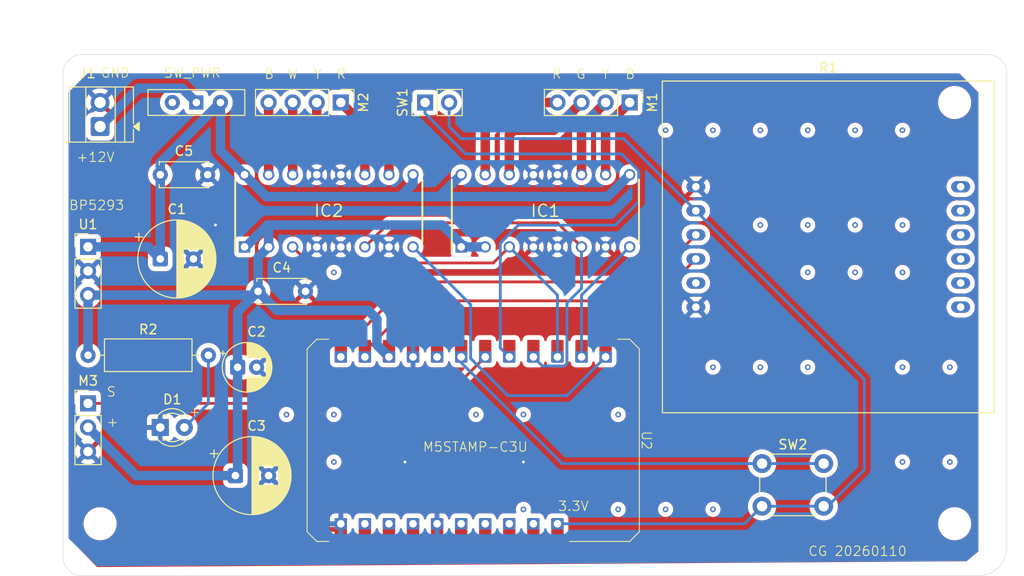
<source format=kicad_pcb>
(kicad_pcb (version 20241229) (generator "pcbnew") (generator_version "9.0")
  (layers (0 "F.Cu" signal) (2 "B.Cu" signal) (13 "F.Paste" user) (15 "B.Paste" user) (5 "F.SilkS" user "F.Silkscreen") (7 "B.SilkS" user "B.Silkscreen") (1 "F.Mask" user) (3 "B.Mask" user) (25 "Edge.Cuts" user))
  (net 0 "")
  (net 1 "+12V")
  (net 2 "GND")
  (net 3 "+5V")
  (net 4 "Net-(D1-A)")
  (net 5 "Net-(IC1-VS2_B)")
  (net 6 "Net-(IC1-IN_B)")
  (net 7 "Net-(IC1-IN_A)")
  (net 8 "Net-(IC2-VS2_B)")
  (net 9 "Net-(M3-PWM)")
  (net 10 "Net-(R1-X)")
  (net 12 "Net-(R1-Y)")
  (net 13 "Net-(R1-+V)")
  (net 14 "Net-(U2-G10)")
  (net 29 "Net-(J1-Pin_1)")
  (net 30 "Net-(U2-G7)")
  (net 33 "/B1")
  (net 34 "/Y1")
  (net 35 "/G1")
  (net 36 "/R1")
  (net 37 "/W2")
  (net 38 "/B2")
  (net 39 "/R2")
  (net 40 "/Y2")
  (footprint "Capacitor_THT:CP_Radial_D8.0mm_P3.50mm" (layer "F.Cu") (at 114.61 91.44)
    (property "Reference" "C3" (at 2.23 -5.25 0) (layer "F.SilkS"))
    (property "Value" "16V/470uF")
    (pad "1" thru_hole roundrect (at 0 0) (size 1.6 1.6) (drill 0.8) (layers "*.Cu" "*.Mask") (roundrect_rratio 0.15625) (net 3 "+5V"))
    (pad "2" thru_hole circle (at 3.5 0) (size 1.6 1.6) (drill 0.8) (layers "*.Cu" "*.Mask") (net 2 "GND"))
  )
  (footprint "Resistor_THT:R_Axial_DIN0309_L9.0mm_D3.2mm_P12.70mm_Horizontal" (layer "F.Cu") (at 99.06 78.74)
    (property "Reference" "R2" (at 6.35 -2.72 0) (layer "F.SilkS"))
    (property "Value" "1K")
    (pad "1" thru_hole circle (at 0 0) (size 1.6 1.6) (drill 0.8) (layers "*.Cu" "*.Mask") (net 3 "+5V"))
    (pad "2" thru_hole circle (at 12.7 0) (size 1.6 1.6) (drill 0.8) (layers "*.Cu" "*.Mask") (net 4 "Net-(D1-A)"))
  )
  (footprint "MyFootPrints:JOYSTICK" (layer "F.Cu") (at 177.165 67.31 -90)
    (property "Reference" "R1" (at -18.923 0 0) (layer "F.SilkS"))
    (property "Value" "RKJXV122400R-DIP")
    (pad "" thru_hole oval (at -6.35 -13.97 270) (size 1.2 2) (drill 0.8) (layers "*.Cu" "*.Mask"))
    (pad "" thru_hole oval (at -3.81 -13.97 270) (size 1.2 2) (drill 0.8) (layers "*.Cu" "*.Mask"))
    (pad "" thru_hole oval (at -1.27 -13.97 270) (size 1.2 2) (drill 0.8) (layers "*.Cu" "*.Mask"))
    (pad "" thru_hole oval (at 1.27 -13.97 270) (size 1.2 2) (drill 0.8) (layers "*.Cu" "*.Mask"))
    (pad "" thru_hole oval (at 3.81 -13.97 270) (size 1.2 2) (drill 0.8) (layers "*.Cu" "*.Mask"))
    (pad "" thru_hole oval (at 6.35 -13.97 270) (size 1.2 2) (drill 0.8) (layers "*.Cu" "*.Mask"))
    (pad "1" thru_hole oval (at -6.35 13.97 270) (size 1.2 2) (drill 0.8) (layers "*.Cu" "*.Mask") (net 2 "GND"))
    (pad "2" thru_hole oval (at -3.81 13.97 270) (size 1.2 2) (drill 0.8) (layers "*.Cu" "*.Mask") (net 13 "Net-(R1-+V)"))
    (pad "3" thru_hole oval (at -1.27 13.97 270) (size 1.2 2) (drill 0.8) (layers "*.Cu" "*.Mask") (net 10 "Net-(R1-X)"))
    (pad "4" thru_hole oval (at 1.27 13.97 270) (size 1.2 2) (drill 0.8) (layers "*.Cu" "*.Mask") (net 12 "Net-(R1-Y)"))
    (pad "5" thru_hole oval (at 3.81 13.97 270) (size 1.2 2) (drill 0.8) (layers "*.Cu" "*.Mask"))
    (pad "6" thru_hole oval (at 6.35 13.97 270) (size 1.2 2) (drill 0.8) (layers "*.Cu" "*.Mask") (net 2 "GND"))
  )
  (footprint "Capacitor_THT:C_Disc_D5.0mm_W2.5mm_P5.00mm" (layer "F.Cu") (at 117 72)
    (property "Reference" "C4" (at 2.5 -2.5 0) (layer "F.SilkS"))
    (property "Value" "0.1uF")
    (pad "1" thru_hole circle (at 0 0) (size 1.6 1.6) (drill 0.8) (layers "*.Cu" "*.Mask") (net 3 "+5V"))
    (pad "2" thru_hole circle (at 5 0) (size 1.6 1.6) (drill 0.8) (layers "*.Cu" "*.Mask") (net 2 "GND"))
  )
  (footprint "Capacitor_THT:C_Disc_D5.0mm_W2.5mm_P5.00mm" (layer "F.Cu") (at 106.68 59.69)
    (property "Reference" "C5" (at 2.5 -2.5 0) (layer "F.SilkS"))
    (property "Value" "0.1uF")
    (pad "1" thru_hole circle (at 0 0) (size 1.6 1.6) (drill 0.8) (layers "*.Cu" "*.Mask") (net 1 "+12V"))
    (pad "2" thru_hole circle (at 5 0) (size 1.6 1.6) (drill 0.8) (layers "*.Cu" "*.Mask") (net 2 "GND"))
  )
  (footprint "LED_THT:LED_D3.0mm" (layer "F.Cu") (at 106.68 86.36)
    (property "Reference" "D1" (at 1.27 -2.96 0) (layer "F.SilkS"))
    (property "Value" "LED_PWR")
    (pad "1" thru_hole rect (at 0 0) (size 1.8 1.8) (drill 0.9) (layers "*.Cu" "*.Mask") (net 2 "GND"))
    (pad "2" thru_hole circle (at 2.54 0) (size 1.8 1.8) (drill 0.9) (layers "*.Cu" "*.Mask") (net 4 "Net-(D1-A)"))
  )
  (footprint "MountingHole:MountingHole_3mm" (layer "F.Cu") (at 190.5 52.07)
    (property "Reference" "REF**" (hide yes))
    (property "Value" "MountingHole_3mm")
    (pad "" np_thru_hole circle (at 0 0) (size 3 3) (drill 3) (layers "*.Cu" "*.Mask"))
  )
  (footprint "MyFootPrints:DIP762W60P254L1975H445Q16N" (layer "F.Cu") (at 147.32 63.5 90)
    (property "Reference" "IC1" (at 0 0 0) (layer "F.SilkS") (effects (font (size 1.27 1.27) (thickness 0.15875))))
    (property "Value" "TB6674PG" (hide yes))
    (pad "1" thru_hole rect (at -3.81 -8.89 90) (size 1.2 1.2) (drill 0.8) (layers "*.Cu" "*.Mask") (net 3 "+5V"))
    (pad "2" thru_hole circle (at -3.81 -6.35 90) (size 1.2 1.2) (drill 0.8) (layers "*.Cu" "*.Mask") (net 3 "+5V"))
    (pad "3" thru_hole circle (at -3.81 -3.81 90) (size 1.2 1.2) (drill 0.8) (layers "*.Cu" "*.Mask") (net 7 "Net-(IC1-IN_A)"))
    (pad "4" thru_hole circle (at -3.81 -1.27 90) (size 1.2 1.2) (drill 0.8) (layers "*.Cu" "*.Mask") (net 2 "GND"))
    (pad "5" thru_hole circle (at -3.81 1.27 90) (size 1.2 1.2) (drill 0.8) (layers "*.Cu" "*.Mask") (net 2 "GND"))
    (pad "6" thru_hole circle (at -3.81 3.81 90) (size 1.2 1.2) (drill 0.8) (layers "*.Cu" "*.Mask") (net 6 "Net-(IC1-IN_B)"))
    (pad "7" thru_hole circle (at -3.81 6.35 90) (size 1.2 1.2) (drill 0.8) (layers "*.Cu" "*.Mask") (net 2 "GND"))
    (pad "8" thru_hole circle (at -3.81 8.89 90) (size 1.2 1.2) (drill 0.8) (layers "*.Cu" "*.Mask") (net 5 "Net-(IC1-VS2_B)"))
    (pad "9" thru_hole circle (at 3.81 8.89 90) (size 1.2 1.2) (drill 0.8) (layers "*.Cu" "*.Mask") (net 1 "+12V"))
    (pad "10" thru_hole circle (at 3.81 6.35 90) (size 1.2 1.2) (drill 0.8) (layers "*.Cu" "*.Mask") (net 33 "/B1"))
    (pad "11" thru_hole circle (at 3.81 3.81 90) (size 1.2 1.2) (drill 0.8) (layers "*.Cu" "*.Mask") (net 34 "/Y1"))
    (pad "12" thru_hole circle (at 3.81 1.27 90) (size 1.2 1.2) (drill 0.8) (layers "*.Cu" "*.Mask") (net 2 "GND"))
    (pad "13" thru_hole circle (at 3.81 -1.27 90) (size 1.2 1.2) (drill 0.8) (layers "*.Cu" "*.Mask") (net 2 "GND"))
    (pad "14" thru_hole circle (at 3.81 -3.81 90) (size 1.2 1.2) (drill 0.8) (layers "*.Cu" "*.Mask") (net 35 "/G1"))
    (pad "15" thru_hole circle (at 3.81 -6.35 90) (size 1.2 1.2) (drill 0.8) (layers "*.Cu" "*.Mask") (net 36 "/R1"))
    (pad "16" thru_hole circle (at 3.81 -8.89 90) (size 1.2 1.2) (drill 0.8) (layers "*.Cu" "*.Mask") (net 1 "+12V"))
  )
  (footprint "Connector_PinHeader_2.54mm:PinHeader_1x02_P2.54mm_Vertical" (layer "F.Cu") (at 134.62 52.07 90)
    (property "Reference" "SW1" (at 0 -2.38 90) (layer "F.SilkS"))
    (property "Value" "SW (GRIP DETECTION)")
    (pad "1" thru_hole rect (at 0 0 90) (size 1.7 1.7) (drill 1) (layers "*.Cu" "*.Mask") (net 30 "Net-(U2-G7)"))
    (pad "2" thru_hole circle (at 0 2.54 90) (size 1.7 1.7) (drill 1) (layers "*.Cu" "*.Mask") (net 13 "Net-(R1-+V)"))
  )
  (footprint "MyFootPrints:M5STAMP-C3C3U" (layer "F.Cu") (at 139.7 87.72 -90)
    (property "Reference" "U2" (at 0 -18.288 270) (layer "F.SilkS") (effects (font (thickness 0.1))))
    (property "Value" "M5STAMP-C3/C3U")
    (pad "1" smd roundrect (at -9.4 -13.97 270) (size 2.4 1.3) (layers "F.Cu" "F.Mask" "F.Paste") (roundrect_rratio 0.07692307692) (net 8 "Net-(IC2-VS2_B)"))
    (pad "1" thru_hole roundrect (at -8.8 -13.97 270) (size 1.2 1.3) (drill 0.8) (layers "*.Cu" "*.Mask") (roundrect_rratio 0.08333333333) (net 8 "Net-(IC2-VS2_B)"))
    (pad "2" smd roundrect (at -9.4 -11.43 270) (size 2.4 1.3) (layers "F.Cu" "F.Mask" "F.Paste") (roundrect_rratio 0.07692307692) (net 5 "Net-(IC1-VS2_B)"))
    (pad "2" thru_hole roundrect (at -8.8 -11.43 270) (size 1.2 1.3) (drill 0.8) (layers "*.Cu" "*.Mask") (roundrect_rratio 0.08333333333) (net 5 "Net-(IC1-VS2_B)"))
    (pad "3" smd roundrect (at -9.4 -8.89 270) (size 2.4 1.3) (layers "F.Cu" "F.Mask" "F.Paste") (roundrect_rratio 0.07692307692) (net 7 "Net-(IC1-IN_A)"))
    (pad "3" thru_hole roundrect (at -8.8 -8.89 270) (size 1.2 1.3) (drill 0.8) (layers "*.Cu" "*.Mask") (roundrect_rratio 0.08333333333) (net 7 "Net-(IC1-IN_A)"))
    (pad "4" smd roundrect (at -9.4 -6.35 270) (size 2.4 1.3) (layers "F.Cu" "F.Mask" "F.Paste") (roundrect_rratio 0.07692307692) (net 6 "Net-(IC1-IN_B)"))
    (pad "4" thru_hole roundrect (at -8.8 -6.35 270) (size 1.2 1.3) (drill 0.8) (layers "*.Cu" "*.Mask") (roundrect_rratio 0.08333333333) (net 6 "Net-(IC1-IN_B)"))
    (pad "5" smd roundrect (at -9.4 -3.81 270) (size 2.4 1.3) (layers "F.Cu" "F.Mask" "F.Paste") (roundrect_rratio 0.07692307692) (net 30 "Net-(U2-G7)"))
    (pad "5" thru_hole roundrect (at -8.8 -3.81 270) (size 1.2 1.3) (drill 0.8) (layers "*.Cu" "*.Mask") (roundrect_rratio 0.08333333333) (net 30 "Net-(U2-G7)"))
    (pad "6" smd roundrect (at -9.4 -1.27 270) (size 2.4 1.3) (layers "F.Cu" "F.Mask" "F.Paste") (roundrect_rratio 0.07692307692) (net 9 "Net-(M3-PWM)"))
    (pad "6" thru_hole roundrect (at -8.8 -1.27 270) (size 1.2 1.3) (drill 0.8) (layers "*.Cu" "*.Mask") (roundrect_rratio 0.08333333333) (net 9 "Net-(M3-PWM)"))
    (pad "7" smd roundrect (at -9.4 1.27 270) (size 2.4 1.3) (layers "F.Cu" "F.Mask" "F.Paste") (roundrect_rratio 0.07692307692) (net 14 "Net-(U2-G10)"))
    (pad "7" thru_hole roundrect (at -8.8 1.27 270) (size 1.2 1.3) (drill 0.8) (layers "*.Cu" "*.Mask") (roundrect_rratio 0.08333333333) (net 14 "Net-(U2-G10)"))
    (pad "8" smd roundrect (at -9.4 3.81 270) (size 2.4 1.3) (layers "F.Cu" "F.Mask" "F.Paste") (roundrect_rratio 0.07692307692))
    (pad "8" thru_hole roundrect (at -8.8 3.81 270) (size 1.2 1.3) (drill 0.8) (layers "*.Cu" "*.Mask") (roundrect_rratio 0.08333333333))
    (pad "9" smd roundrect (at -9.4 6.35 270) (size 2.4 1.3) (layers "F.Cu" "F.Mask" "F.Paste") (roundrect_rratio 0.07692307692) (net 2 "GND"))
    (pad "9" thru_hole roundrect (at -8.8 6.35 270) (size 1.2 1.3) (drill 0.8) (layers "*.Cu" "*.Mask") (roundrect_rratio 0.08333333333) (net 2 "GND"))
    (pad "10" smd roundrect (at -9.4 8.89 270) (size 2.4 1.3) (layers "F.Cu" "F.Mask" "F.Paste") (roundrect_rratio 0.07692307692) (net 3 "+5V"))
    (pad "10" thru_hole roundrect (at -8.8 8.89 270) (size 1.2 1.3) (drill 0.8) (layers "*.Cu" "*.Mask") (roundrect_rratio 0.08333333333) (net 3 "+5V"))
    (pad "11" smd roundrect (at -9.4 11.43 270) (size 2.4 1.3) (layers "F.Cu" "F.Mask" "F.Paste") (roundrect_rratio 0.07692307692) (net 12 "Net-(R1-Y)"))
    (pad "11" thru_hole roundrect (at -8.8 11.43 270) (size 1.2 1.3) (drill 0.8) (layers "*.Cu" "*.Mask") (roundrect_rratio 0.08333333333) (net 12 "Net-(R1-Y)"))
    (pad "12" smd roundrect (at -9.4 13.97 270) (size 2.4 1.3) (layers "F.Cu" "F.Mask" "F.Paste") (roundrect_rratio 0.07692307692) (net 10 "Net-(R1-X)"))
    (pad "12" thru_hole roundrect (at -8.8 13.97 270) (size 1.2 1.3) (drill 0.8) (layers "*.Cu" "*.Mask") (roundrect_rratio 0.08333333333) (net 10 "Net-(R1-X)"))
    (pad "13" thru_hole roundrect (at 8.8 13.97 270) (size 1.2 1.3) (drill 0.8) (layers "*.Cu" "*.Mask") (roundrect_rratio 0.08333333333) (net 2 "GND"))
    (pad "13" smd roundrect (at 9.4 13.97 270) (size 2.4 1.3) (layers "F.Cu" "F.Mask" "F.Paste") (roundrect_rratio 0.07692307692) (net 2 "GND"))
    (pad "14" thru_hole roundrect (at 8.8 11.43 270) (size 1.2 1.3) (drill 0.8) (layers "*.Cu" "*.Mask") (roundrect_rratio 0.08333333333))
    (pad "14" smd roundrect (at 9.4 11.43 270) (size 2.4 1.3) (layers "F.Cu" "F.Mask" "F.Paste") (roundrect_rratio 0.07692307692))
    (pad "15" thru_hole roundrect (at 8.8 8.89 270) (size 1.2 1.3) (drill 0.8) (layers "*.Cu" "*.Mask") (roundrect_rratio 0.08333333333))
    (pad "15" smd roundrect (at 9.4 8.89 270) (size 2.4 1.3) (layers "F.Cu" "F.Mask" "F.Paste") (roundrect_rratio 0.07692307692))
    (pad "16" thru_hole roundrect (at 8.8 6.35 270) (size 1.2 1.3) (drill 0.8) (layers "*.Cu" "*.Mask") (roundrect_rratio 0.08333333333))
    (pad "16" smd roundrect (at 9.4 6.35 270) (size 2.4 1.3) (layers "F.Cu" "F.Mask" "F.Paste") (roundrect_rratio 0.07692307692))
    (pad "17" thru_hole roundrect (at 8.8 3.81 270) (size 1.2 1.3) (drill 0.8) (layers "*.Cu" "*.Mask") (roundrect_rratio 0.08333333333) (net 2 "GND"))
    (pad "17" smd roundrect (at 9.4 3.81 270) (size 2.4 1.3) (layers "F.Cu" "F.Mask" "F.Paste") (roundrect_rratio 0.07692307692) (net 2 "GND"))
    (pad "18" thru_hole roundrect (at 8.8 1.27 270) (size 1.2 1.3) (drill 0.8) (layers "*.Cu" "*.Mask") (roundrect_rratio 0.08333333333))
    (pad "18" smd roundrect (at 9.4 1.27 270) (size 2.4 1.3) (layers "F.Cu" "F.Mask" "F.Paste") (roundrect_rratio 0.07692307692))
    (pad "19" thru_hole roundrect (at 8.8 -1.27 270) (size 1.2 1.3) (drill 0.8) (layers "*.Cu" "*.Mask") (roundrect_rratio 0.08333333333))
    (pad "19" smd roundrect (at 9.4 -1.27 270) (size 2.4 1.3) (layers "F.Cu" "F.Mask" "F.Paste") (roundrect_rratio 0.07692307692))
    (pad "20" thru_hole roundrect (at 8.8 -3.81 270) (size 1.2 1.3) (drill 0.8) (layers "*.Cu" "*.Mask") (roundrect_rratio 0.08333333333))
    (pad "20" smd roundrect (at 9.4 -3.81 270) (size 2.4 1.3) (layers "F.Cu" "F.Mask" "F.Paste") (roundrect_rratio 0.07692307692))
    (pad "21" thru_hole roundrect (at 8.8 -6.35 270) (size 1.2 1.3) (drill 0.8) (layers "*.Cu" "*.Mask") (roundrect_rratio 0.08333333333))
    (pad "21" smd roundrect (at 9.4 -6.35 270) (size 2.4 1.3) (layers "F.Cu" "F.Mask" "F.Paste") (roundrect_rratio 0.07692307692))
    (pad "22" thru_hole roundrect (at 8.8 -8.89 270) (size 1.2 1.3) (drill 0.8) (layers "*.Cu" "*.Mask") (roundrect_rratio 0.08333333333) (net 13 "Net-(R1-+V)"))
    (pad "22" smd roundrect (at 9.4 -8.89 270) (size 2.4 1.3) (layers "F.Cu" "F.Mask" "F.Paste") (roundrect_rratio 0.07692307692) (net 13 "Net-(R1-+V)"))
  )
  (footprint "Button_Switch_THT:SW_PUSH_6mm" (layer "F.Cu") (at 170.18 90.17)
    (property "Reference" "SW2" (at 3.25 -2 0) (layer "F.SilkS"))
    (property "Value" "SW (GRIPPER_OPEN_CLOSE)")
    (pad "1" thru_hole circle (at 0 0 90) (size 2 2) (drill 1.1) (layers "*.Cu" "*.Mask") (net 14 "Net-(U2-G10)"))
    (pad "1" thru_hole circle (at 6.5 0 90) (size 2 2) (drill 1.1) (layers "*.Cu" "*.Mask") (net 14 "Net-(U2-G10)"))
    (pad "2" thru_hole circle (at 0 4.5 90) (size 2 2) (drill 1.1) (layers "*.Cu" "*.Mask") (net 13 "Net-(R1-+V)"))
    (pad "2" thru_hole circle (at 6.5 4.5 90) (size 2 2) (drill 1.1) (layers "*.Cu" "*.Mask") (net 13 "Net-(R1-+V)"))
  )
  (footprint "MyFootPrints:PinHeader_1x04_P2.54mm_Vertical_MOTOR" (layer "F.Cu") (at 125.73 52.07 -90)
    (property "Reference" "M2" (at 0 -2.38 90) (layer "F.SilkS"))
    (property "Value" "MDP-35A (GRIPPER_MOTOR)")
    (pad "1" thru_hole circle (at 0 2.54 270) (size 1.7 1.7) (drill 1) (layers "*.Cu" "*.Mask") (net 40 "/Y2"))
    (pad "2" thru_hole rect (at 0 0 270) (size 1.7 1.7) (drill 1) (layers "*.Cu" "*.Mask") (net 39 "/R2"))
    (pad "3" thru_hole circle (at 0 5.08 270) (size 1.7 1.7) (drill 1) (layers "*.Cu" "*.Mask") (net 37 "/W2"))
    (pad "4" thru_hole circle (at 0 7.62 270) (size 1.7 1.7) (drill 1) (layers "*.Cu" "*.Mask") (net 38 "/B2"))
  )
  (footprint "Connector_PinHeader_2.54mm:PinHeader_1x03_P2.54mm_Vertical" (layer "F.Cu") (at 99.06 67.31)
    (property "Reference" "U1" (at 0 -2.38 0) (layer "F.SilkS"))
    (property "Value" "BP5293-50 (5V/1A)")
    (pad "1" thru_hole rect (at 0 0) (size 1.7 1.7) (drill 1) (layers "*.Cu" "*.Mask") (net 1 "+12V"))
    (pad "2" thru_hole circle (at 0 2.54) (size 1.7 1.7) (drill 1) (layers "*.Cu" "*.Mask") (net 2 "GND"))
    (pad "3" thru_hole circle (at 0 5.08) (size 1.7 1.7) (drill 1) (layers "*.Cu" "*.Mask") (net 3 "+5V"))
  )
  (footprint "Button_Switch_THT:SW_Slide-03_Wuerth-WS-SLTV_10x2.5x6.4_P2.54mm" (layer "F.Cu") (at 110.49 52.07 180)
    (property "Reference" "SW0" (hide yes))
    (property "Value" "SW_PWR")
    (pad "1" thru_hole rect (at 0 0 180) (size 1.5 1.5) (drill 0.8) (layers "*.Cu" "*.Mask") (net 29 "Net-(J1-Pin_1)"))
    (pad "2" thru_hole circle (at -2.54 0 180) (size 1.6 1.6) (drill 0.8) (layers "*.Cu" "*.Mask") (net 1 "+12V"))
    (pad "3" thru_hole circle (at 2.54 0 180) (size 1.6 1.6) (drill 0.8) (layers "*.Cu" "*.Mask"))
  )
  (footprint "Connector_PinHeader_2.54mm:PinHeader_1x03_P2.54mm_Vertical" (layer "F.Cu") (at 99.06 83.82)
    (property "Reference" "M3" (at 0 -2.38 0) (layer "F.SilkS"))
    (property "Value" "Servo_MG90S (GRIPPER)")
    (pad "1" thru_hole rect (at 0 0) (size 1.7 1.7) (drill 1) (layers "*.Cu" "*.Mask") (net 9 "Net-(M3-PWM)"))
    (pad "2" thru_hole circle (at 0 2.54) (size 1.7 1.7) (drill 1) (layers "*.Cu" "*.Mask") (net 3 "+5V"))
    (pad "3" thru_hole circle (at 0 5.08) (size 1.7 1.7) (drill 1) (layers "*.Cu" "*.Mask") (net 2 "GND"))
  )
  (footprint "Capacitor_THT:CP_Radial_D5.0mm_P2.00mm" (layer "F.Cu") (at 114.84 80.01)
    (property "Reference" "C2" (at 2 -3.75 0) (layer "F.SilkS"))
    (property "Value" "35V/47uF")
    (pad "1" thru_hole roundrect (at 0 0) (size 1.6 1.6) (drill 0.8) (layers "*.Cu" "*.Mask") (roundrect_rratio 0.15625) (net 3 "+5V"))
    (pad "2" thru_hole circle (at 2 0) (size 1.6 1.6) (drill 0.8) (layers "*.Cu" "*.Mask") (net 2 "GND"))
  )
  (footprint "Capacitor_THT:CP_Radial_D8.0mm_P3.50mm" (layer "F.Cu") (at 106.68 68.58)
    (property "Reference" "C1" (at 1.75 -5.25 0) (layer "F.SilkS"))
    (property "Value" "16V/470uF")
    (pad "1" thru_hole roundrect (at 0 0) (size 1.6 1.6) (drill 0.8) (layers "*.Cu" "*.Mask") (roundrect_rratio 0.15625) (net 1 "+12V"))
    (pad "2" thru_hole circle (at 3.5 0) (size 1.6 1.6) (drill 0.8) (layers "*.Cu" "*.Mask") (net 2 "GND"))
  )
  (footprint "MountingHole:MountingHole_3mm" (layer "F.Cu") (at 100.33 96.52)
    (property "Reference" "REF**" (hide yes))
    (property "Value" "MountingHole_3mm")
    (pad "" np_thru_hole circle (at 0 0) (size 3 3) (drill 3) (layers "*.Cu" "*.Mask"))
  )
  (footprint "MyFootPrints:PinHeader_1x04_P2.54mm_Vertical_MOTOR" (layer "F.Cu") (at 156.21 52.07 -90)
    (property "Reference" "M1" (at 0 -2.38 90) (layer "F.SilkS"))
    (property "Value" "SM-42BYG011")
    (pad "1" thru_hole circle (at 0 2.54 270) (size 1.7 1.7) (drill 1) (layers "*.Cu" "*.Mask") (net 34 "/Y1"))
    (pad "2" thru_hole rect (at 0 0 270) (size 1.7 1.7) (drill 1) (layers "*.Cu" "*.Mask") (net 33 "/B1"))
    (pad "3" thru_hole circle (at 0 5.08 270) (size 1.7 1.7) (drill 1) (layers "*.Cu" "*.Mask") (net 35 "/G1"))
    (pad "4" thru_hole circle (at 0 7.62 270) (size 1.7 1.7) (drill 1) (layers "*.Cu" "*.Mask") (net 36 "/R1"))
  )
  (footprint "MyFootPrints:DIP762W60P254L1975H445Q16N" (layer "F.Cu") (at 124.46 63.5 90)
    (property "Reference" "IC2" (at 0 0 0) (layer "F.SilkS") (effects (font (size 1.27 1.27) (thickness 0.15875))))
    (property "Value" "TB6674PG" (hide yes))
    (pad "1" thru_hole rect (at -3.81 -8.89 90) (size 1.2 1.2) (drill 0.8) (layers "*.Cu" "*.Mask") (net 3 "+5V"))
    (pad "2" thru_hole circle (at -3.81 -6.35 90) (size 1.2 1.2) (drill 0.8) (layers "*.Cu" "*.Mask") (net 3 "+5V"))
    (pad "3" thru_hole circle (at -3.81 -3.81 90) (size 1.2 1.2) (drill 0.8) (layers "*.Cu" "*.Mask") (net 7 "Net-(IC1-IN_A)"))
    (pad "4" thru_hole circle (at -3.81 -1.27 90) (size 1.2 1.2) (drill 0.8) (layers "*.Cu" "*.Mask") (net 2 "GND"))
    (pad "5" thru_hole circle (at -3.81 1.27 90) (size 1.2 1.2) (drill 0.8) (layers "*.Cu" "*.Mask") (net 2 "GND"))
    (pad "6" thru_hole circle (at -3.81 3.81 90) (size 1.2 1.2) (drill 0.8) (layers "*.Cu" "*.Mask") (net 6 "Net-(IC1-IN_B)"))
    (pad "7" thru_hole circle (at -3.81 6.35 90) (size 1.2 1.2) (drill 0.8) (layers "*.Cu" "*.Mask") (net 2 "GND"))
    (pad "8" thru_hole circle (at -3.81 8.89 90) (size 1.2 1.2) (drill 0.8) (layers "*.Cu" "*.Mask") (net 8 "Net-(IC2-VS2_B)"))
    (pad "9" thru_hole circle (at 3.81 8.89 90) (size 1.2 1.2) (drill 0.8) (layers "*.Cu" "*.Mask") (net 1 "+12V"))
    (pad "10" thru_hole circle (at 3.81 6.35 90) (size 1.2 1.2) (drill 0.8) (layers "*.Cu" "*.Mask") (net 39 "/R2"))
    (pad "11" thru_hole circle (at 3.81 3.81 90) (size 1.2 1.2) (drill 0.8) (layers "*.Cu" "*.Mask") (net 40 "/Y2"))
    (pad "12" thru_hole circle (at 3.81 1.27 90) (size 1.2 1.2) (drill 0.8) (layers "*.Cu" "*.Mask") (net 2 "GND"))
    (pad "13" thru_hole circle (at 3.81 -1.27 90) (size 1.2 1.2) (drill 0.8) (layers "*.Cu" "*.Mask") (net 2 "GND"))
    (pad "14" thru_hole circle (at 3.81 -3.81 90) (size 1.2 1.2) (drill 0.8) (layers "*.Cu" "*.Mask") (net 37 "/W2"))
    (pad "15" thru_hole circle (at 3.81 -6.35 90) (size 1.2 1.2) (drill 0.8) (layers "*.Cu" "*.Mask") (net 38 "/B2"))
    (pad "16" thru_hole circle (at 3.81 -8.89 90) (size 1.2 1.2) (drill 0.8) (layers "*.Cu" "*.Mask") (net 1 "+12V"))
  )
  (footprint "TerminalBlock:TerminalBlock_Xinya_XY308-2.54-2P_1x02_P2.54mm_Horizontal" (layer "F.Cu") (at 100.33 54.61 90)
    (property "Reference" "J1" (at 5.61 -1.33 180) (layer "F.SilkS"))
    (property "Value" "Conn_01x02_Socket")
    (pad "1" thru_hole roundrect (at 0 0 90) (size 2 2) (drill 1.2) (layers "*.Cu" "*.Mask") (roundrect_rratio 0.125) (net 29 "Net-(J1-Pin_1)"))
    (pad "2" thru_hole circle (at 2.54 0 90) (size 2 2) (drill 1.2) (layers "*.Cu" "*.Mask") (net 2 "GND"))
  )
  (footprint "MountingHole:MountingHole_3mm" (layer "F.Cu") (at 190.5 96.52)
    (property "Reference" "REF**" (hide yes))
    (property "Value" "MountingHole_3mm")
    (pad "" np_thru_hole circle (at 0 0) (size 3 3) (drill 3) (layers "*.Cu" "*.Mask"))
  )
  (gr_line (start 98.414214 102) (end 193 102) (stroke (width 0.05)) (layer "Edge.Cuts"))
  (gr_arc (start 196 99) (mid 195.12132 101.12132) (end 193 102) (stroke (width 0.05)) (layer "Edge.Cuts"))
  (gr_arc (start 194 47) (mid 195.414214 47.585786) (end 196 49) (stroke (width 0.05)) (layer "Edge.Cuts"))
  (gr_line (start 194 47) (end 98.414214 47) (stroke (width 0.05)) (layer "Edge.Cuts"))
  (gr_arc (start 96.414214 49) (mid 97 47.585786) (end 98.414214 47) (stroke (width 0.05)) (layer "Edge.Cuts"))
  (gr_line (start 96.414214 49) (end 96.414214 100) (stroke (width 0.05)) (layer "Edge.Cuts"))
  (gr_line (start 196 49) (end 196 99) (stroke (width 0.05)) (layer "Edge.Cuts"))
  (gr_arc (start 98.414214 102) (mid 97 101.414214) (end 96.414214 100) (stroke (width 0.05)) (layer "Edge.Cuts"))
  (gr_text "+" (at 109.621437 85.280001 0) (layer "F.SilkS") (effects (font (size 1 1) (thickness 0.1)) (justify left bottom)))
  (gr_text "Y" (at 153.162 49.657 0) (layer "F.SilkS") (effects (font (size 1 1) (thickness 0.1)) (justify left bottom)))
  (gr_text "B" (at 117.602 49.657 0) (layer "F.SilkS") (effects (font (size 1 1) (thickness 0.1)) (justify left bottom)))
  (gr_text "SW_PWR" (at 107 49.53 0) (layer "F.SilkS") (effects (font (size 1 1) (thickness 0.1)) (justify left bottom)))
  (gr_text "R" (at 147.955 49.657 0) (layer "F.SilkS") (effects (font (size 1 1) (thickness 0.1)) (justify left bottom)))
  (gr_text "W" (at 120.015 49.657 0) (layer "F.SilkS") (effects (font (size 1 1) (thickness 0.1)) (justify left bottom)))
  (gr_text "3.3V" (at 148.59 95.25 0) (layer "F.SilkS") (effects (font (size 1 1) (thickness 0.1)) (justify left bottom)))
  (gr_text "BP5293" (at 97 63.5 0) (layer "F.SilkS") (effects (font (size 1 1) (thickness 0.1)) (justify left bottom)))
  (gr_text "CG 20260110" (at 175 100 0) (layer "F.SilkS") (effects (font (size 1 1) (thickness 0.1)) (justify left bottom)))
  (gr_text "G" (at 150.495 49.657 0) (layer "F.SilkS") (effects (font (size 1 1) (thickness 0.1)) (justify left bottom)))
  (gr_text "Y" (at 122.809 49.657 0) (layer "F.SilkS") (effects (font (size 1 1) (thickness 0.1)) (justify left bottom)))
  (gr_text "GND" (at 100.33 49.53 0) (layer "F.SilkS") (effects (font (size 1 1) (thickness 0.1)) (justify left bottom)))
  (gr_text "R" (at 125.222 49.657 0) (layer "F.SilkS") (effects (font (size 1 1) (thickness 0.1)) (justify left bottom)))
  (gr_text "M5STAMP-C3U" (at 134.335 89 0) (layer "F.SilkS") (effects (font (size 1 1) (thickness 0.1)) (justify left bottom)))
  (gr_text "S" (at 100.965 83.185 0) (layer "F.SilkS") (effects (font (size 1 1) (thickness 0.1)) (justify left bottom)))
  (gr_text "+12V" (at 97.79 58.42 0) (layer "F.SilkS") (effects (font (size 1 1) (thickness 0.1)) (justify left bottom)))
  (gr_text "+" (at 100.965 86.36 0) (layer "F.SilkS") (effects (font (size 1 1) (thickness 0.1)) (justify left bottom)))
  (gr_text "B" (at 155.702 49.657 0) (layer "F.SilkS") (effects (font (size 1 1) (thickness 0.1)) (justify left bottom)))
  (via (at 125 70) (size 0.6) (drill 0.3) (layers "F.Cu" "B.Cu") (net 0))
  (via (at 145 85) (size 0.6) (drill 0.3) (layers "F.Cu" "B.Cu") (net 0))
  (via (at 140 85) (size 0.6) (drill 0.3) (layers "F.Cu" "B.Cu") (net 0))
  (via (at 180 55) (size 0.6) (drill 0.3) (layers "F.Cu" "B.Cu") (net 0))
  (via (at 175 65) (size 0.6) (drill 0.3) (layers "F.Cu" "B.Cu") (net 0))
  (via (at 160 95) (size 0.6) (drill 0.3) (layers "F.Cu" "B.Cu") (net 0))
  (via (at 125 85) (size 0.6) (drill 0.3) (layers "F.Cu" "B.Cu") (net 0))
  (via (at 160 55) (size 0.6) (drill 0.3) (layers "F.Cu" "B.Cu") (net 0))
  (via (at 125 90) (size 0.6) (drill 0.3) (layers "F.Cu" "B.Cu") (net 0))
  (via (at 185 70) (size 0.6) (drill 0.3) (layers "F.Cu" "B.Cu") (net 0))
  (via (at 175 55) (size 0.6) (drill 0.3) (layers "F.Cu" "B.Cu") (net 0))
  (via (at 185 80) (size 0.6) (drill 0.3) (layers "F.Cu" "B.Cu") (net 0))
  (via (at 175 80) (size 0.6) (drill 0.3) (layers "F.Cu" "B.Cu") (net 0))
  (via (at 175 70) (size 0.6) (drill 0.3) (layers "F.Cu" "B.Cu") (net 0))
  (via (at 120 85) (size 0.6) (drill 0.3) (layers "F.Cu" "B.Cu") (net 0))
  (via (at 180 70) (size 0.6) (drill 0.3) (layers "F.Cu" "B.Cu") (net 0))
  (via (at 165 95) (size 0.6) (drill 0.3) (layers "F.Cu" "B.Cu") (net 0))
  (via (at 155 85) (size 0.6) (drill 0.3) (layers "F.Cu" "B.Cu") (net 0))
  (via (at 170 55) (size 0.6) (drill 0.3) (layers "F.Cu" "B.Cu") (net 0))
  (via (at 180 65) (size 0.6) (drill 0.3) (layers "F.Cu" "B.Cu") (net 0))
  (via (at 185 90) (size 0.6) (drill 0.3) (layers "F.Cu" "B.Cu") (net 0))
  (via (at 190 80) (size 0.6) (drill 0.3) (layers "F.Cu" "B.Cu") (net 0))
  (via (at 170 65) (size 0.6) (drill 0.3) (layers "F.Cu" "B.Cu") (net 0))
  (via (at 170 80) (size 0.6) (drill 0.3) (layers "F.Cu" "B.Cu") (net 0))
  (via (at 145 95) (size 0.6) (drill 0.3) (layers "F.Cu" "B.Cu") (net 0))
  (via (at 165 55) (size 0.6) (drill 0.3) (layers "F.Cu" "B.Cu") (net 0))
  (via (at 190 90) (size 0.6) (drill 0.3) (layers "F.Cu" "B.Cu") (net 0))
  (via (at 155 95) (size 0.6) (drill 0.3) (layers "F.Cu" "B.Cu") (net 0))
  (via (at 185 65) (size 0.6) (drill 0.3) (layers "F.Cu" "B.Cu") (net 0))
  (via (at 165 80) (size 0.6) (drill 0.3) (layers "F.Cu" "B.Cu") (net 0))
  (via (at 185 55) (size 0.6) (drill 0.3) (layers "F.Cu" "B.Cu") (net 0))
  (segment (start 153.9 62) (end 156.21 59.69) (width 1) (layer "B.Cu") (net 1))
  (segment (start 106.68 58.42) (end 113.03 52.07) (width 1) (layer "B.Cu") (net 1))
  (segment (start 133.35 59.69) (end 133.35 60.65) (width 1) (layer "B.Cu") (net 1))
  (segment (start 99.06 67.31) (end 105.41 67.31) (width 1) (layer "B.Cu") (net 1))
  (segment (start 106.68 59.69) (end 106.68 68.58) (width 1) (layer "B.Cu") (net 1))
  (segment (start 136.12 62) (end 138.43 59.69) (width 1) (layer "B.Cu") (net 1))
  (segment (start 105.41 67.31) (end 106.68 68.58) (width 1) (layer "B.Cu") (net 1))
  (segment (start 136.12 62) (end 153.9 62) (width 1) (layer "B.Cu") (net 1))
  (segment (start 117.88 62) (end 132 62) (width 1) (layer "B.Cu") (net 1))
  (segment (start 113.03 52.07) (end 113.03 57.15) (width 1) (layer "B.Cu") (net 1))
  (segment (start 113.03 57.15) (end 115.57 59.69) (width 1) (layer "B.Cu") (net 1))
  (segment (start 132 62) (end 136.12 62) (width 1) (layer "B.Cu") (net 1))
  (segment (start 115.57 59.69) (end 117.88 62) (width 1) (layer "B.Cu") (net 1))
  (segment (start 133.35 60.65) (end 132 62) (width 1) (layer "B.Cu") (net 1))
  (segment (start 106.68 59.69) (end 106.68 58.42) (width 1) (layer "B.Cu") (net 1))
  (via (at 112.5 65) (size 0.6) (drill 0.3) (layers "F.Cu" "B.Cu") (net 2))
  (via (at 132.5 90) (size 0.6) (drill 0.3) (layers "F.Cu" "B.Cu") (net 2))
  (via (at 145 90) (size 0.6) (drill 0.3) (layers "F.Cu" "B.Cu") (net 2))
  (segment (start 114.84 91.21) (end 114.61 91.44) (width 1) (layer "B.Cu") (net 3))
  (segment (start 118 65) (end 136.43 65) (width 1) (layer "B.Cu") (net 3))
  (segment (start 119 74) (end 117 72) (width 1) (layer "B.Cu") (net 3))
  (segment (start 128.61 74) (end 119 74) (width 1) (layer "B.Cu") (net 3))
  (segment (start 129.54 74.93) (end 128.61 74) (width 1) (layer "B.Cu") (net 3))
  (segment (start 130.81 78.92) (end 129.54 77.65) (width 1) (layer "B.Cu") (net 3))
  (segment (start 138.43 67.31) (end 140.97 67.31) (width 1) (layer "B.Cu") (net 3))
  (segment (start 138.43 67.31) (end 138.43 67) (width 1) (layer "B.Cu") (net 3))
  (segment (start 118.11 67.31) (end 118.11 65.11) (width 1) (layer "B.Cu") (net 3))
  (segment (start 114.84 80.01) (end 114.84 91.21) (width 1) (layer "B.Cu") (net 3))
  (segment (start 115.57 67.31) (end 115.69 67.31) (width 1) (layer "B.Cu") (net 3))
  (segment (start 116.61 72.39) (end 117 72) (width 1) (layer "B.Cu") (net 3))
  (segment (start 99.06 72.39) (end 116.61 72.39) (width 1) (layer "B.Cu") (net 3))
  (segment (start 117 68.42) (end 118.11 67.31) (width 1) (layer "B.Cu") (net 3))
  (segment (start 104.14 91.44) (end 114.61 91.44) (width 1) (layer "B.Cu") (net 3))
  (segment (start 99.06 86.36) (end 104.14 91.44) (width 1) (layer "B.Cu") (net 3))
  (segment (start 114.84 80.01) (end 114.84 74.16) (width 1) (layer "B.Cu") (net 3))
  (segment (start 138.43 67) (end 136.43 65) (width 1) (layer "B.Cu") (net 3))
  (segment (start 117 72) (end 117 68.42) (width 1) (layer "B.Cu") (net 3))
  (segment (start 118.11 65.11) (end 118 65) (width 1) (layer "B.Cu") (net 3))
  (segment (start 99.06 72.39) (end 99.06 78.74) (width 1) (layer "B.Cu") (net 3))
  (segment (start 115.69 67.31) (end 118 65) (width 1) (layer "B.Cu") (net 3))
  (segment (start 129.54 77.65) (end 129.54 74.93) (width 1) (layer "B.Cu") (net 3))
  (segment (start 114.84 74.16) (end 116.61 72.39) (width 1) (layer "B.Cu") (net 3))
  (segment (start 111.76 83.82) (end 109.22 86.36) (width 0.3) (layer "B.Cu") (net 4))
  (segment (start 111.76 78.74) (end 111.76 83.82) (width 0.3) (layer "B.Cu") (net 4))
  (segment (start 151.13 72.39) (end 156.21 67.31) (width 0.3) (layer "B.Cu") (net 5))
  (segment (start 151.13 78.92) (end 151.13 72.39) (width 0.3) (layer "B.Cu") (net 5))
  (segment (start 130.81 64.77) (end 148.59 64.77) (width 0.3) (layer "F.Cu") (net 6))
  (segment (start 128.27 67.31) (end 130.81 64.77) (width 0.3) (layer "F.Cu") (net 6))
  (segment (start 148.59 64.77) (end 151.13 67.31) (width 0.3) (layer "F.Cu") (net 6))
  (segment (start 128.440582 67.31) (end 128.27 67.31) (width 0.3) (layer "F.Cu") (net 6))
  (segment (start 151.13 71.68148) (end 149.591 73.22048) (width 0.3) (layer "B.Cu") (net 6))
  (segment (start 149.591 79.609582) (end 149.329582 79.871) (width 0.3) (layer "B.Cu") (net 6))
  (segment (start 149.591 73.22048) (end 149.591 79.609582) (width 0.3) (layer "B.Cu") (net 6))
  (segment (start 149.329582 79.871) (end 147.001 79.871) (width 0.3) (layer "B.Cu") (net 6))
  (segment (start 151.13 67.31) (end 151.13 71.68148) (width 0.3) (layer "B.Cu") (net 6))
  (segment (start 147.001 79.871) (end 146.05 78.92) (width 0.3) (layer "B.Cu") (net 6))
  (segment (start 122.34 69) (end 120.65 67.31) (width 0.3) (layer "F.Cu") (net 7))
  (segment (start 141.82 69) (end 122.34 69) (width 0.3) (layer "F.Cu") (net 7))
  (segment (start 143.51 67.31) (end 141.82 69) (width 0.3) (layer "F.Cu") (net 7))
  (segment (start 148.59 72.39) (end 143.51 67.31) (width 0.3) (layer "B.Cu") (net 7))
  (segment (start 148.59 78.92) (end 148.59 72.39) (width 0.3) (layer "B.Cu") (net 7))
  (segment (start 143.359418 83) (end 139.431 79.071582) (width 0.3) (layer "B.Cu") (net 8))
  (segment (start 139.431 79.071582) (end 139.431 73.391) (width 0.3) (layer "B.Cu") (net 8))
  (segment (start 153.67 78.92) (end 149.59 83) (width 0.3) (layer "B.Cu") (net 8))
  (segment (start 149.59 83) (end 143.359418 83) (width 0.3) (layer "B.Cu") (net 8))
  (segment (start 139.431 73.391) (end 133.35 67.31) (width 0.3) (layer "B.Cu") (net 8))
  (segment (start 140.97 78.92) (end 136.07 83.82) (width 0.3) (layer "F.Cu") (net 9))
  (segment (start 136.07 83.82) (end 99.06 83.82) (width 0.3) (layer "F.Cu") (net 9))
  (segment (start 158.235 71) (end 133.05 71) (width 0.3) (layer "F.Cu") (net 10))
  (segment (start 163.195 66.04) (end 158.235 71) (width 0.3) (layer "F.Cu") (net 10))
  (segment (start 133.05 71) (end 125.73 78.32) (width 0.3) (layer "F.Cu") (net 10))
  (segment (start 133.590001 73) (end 158.775 73) (width 0.3) (layer "F.Cu") (net 12))
  (segment (start 158.775 73) (end 163.195 68.58) (width 0.3) (layer "F.Cu") (net 12))
  (segment (start 128.27 78.92) (end 128.27 78.320001) (width 0.3) (layer "F.Cu") (net 12))
  (segment (start 128.27 78.320001) (end 133.590001 73) (width 0.3) (layer "F.Cu") (net 12))
  (segment (start 163.195 63.5) (end 155.575 55.88) (width 0.3) (layer "B.Cu") (net 13))
  (segment (start 168.33 96.52) (end 148.59 96.52) (width 0.3) (layer "B.Cu") (net 13))
  (segment (start 176.68 94.67) (end 170.18 94.67) (width 0.3) (layer "B.Cu") (net 13))
  (segment (start 155.575 55.88) (end 138.43 55.88) (width 0.3) (layer "B.Cu") (net 13))
  (segment (start 137.16 54.61) (end 137.16 52.07) (width 0.3) (layer "B.Cu") (net 13))
  (segment (start 180.975 90.805) (end 180.975 81.28) (width 0.3) (layer "B.Cu") (net 13))
  (segment (start 138.43 55.88) (end 137.16 54.61) (width 0.3) (layer "B.Cu") (net 13))
  (segment (start 177.11 94.67) (end 180.975 90.805) (width 0.3) (layer "B.Cu") (net 13))
  (segment (start 176.68 94.67) (end 177.11 94.67) (width 0.3) (layer "B.Cu") (net 13))
  (segment (start 180.975 81.28) (end 163.195 63.5) (width 0.3) (layer "B.Cu") (net 13))
  (segment (start 170.18 94.67) (end 168.33 96.52) (width 0.3) (layer "B.Cu") (net 13))
  (segment (start 149.080001 90.17) (end 170.18 90.17) (width 0.3) (layer "B.Cu") (net 14))
  (segment (start 176.68 90.17) (end 170.18 90.17) (width 0.3) (layer "B.Cu") (net 14))
  (segment (start 138.43 79.519999) (end 149.080001 90.17) (width 0.3) (layer "B.Cu") (net 14))
  (segment (start 138.43 78.92) (end 138.43 79.519999) (width 0.3) (layer "B.Cu") (net 14))
  (segment (start 100.33 54.61) (end 104.371 50.569) (width 1) (layer "B.Cu") (net 29))
  (segment (start 108.989 50.569) (end 110.49 52.07) (width 1) (layer "B.Cu") (net 29))
  (segment (start 104.371 50.569) (end 108.989 50.569) (width 1) (layer "B.Cu") (net 29))
  (segment (start 138.9 57.5) (end 155.364918 57.5) (width 0.3) (layer "B.Cu") (net 30))
  (segment (start 154.695918 65.014082) (end 144.461 65.014082) (width 0.3) (layer "B.Cu") (net 30))
  (segment (start 157.161 59.296082) (end 157.161 62.549) (width 0.3) (layer "B.Cu") (net 30))
  (segment (start 142.559 66.916082) (end 142.559 77.969) (width 0.3) (layer "B.Cu") (net 30))
  (segment (start 157.161 62.549) (end 154.695918 65.014082) (width 0.3) (layer "B.Cu") (net 30))
  (segment (start 144.461 65.014082) (end 142.559 66.916082) (width 0.3) (layer "B.Cu") (net 30))
  (segment (start 134.62 53.22) (end 138.9 57.5) (width 0.3) (layer "B.Cu") (net 30))
  (segment (start 134.62 52.07) (end 134.62 53.22) (width 0.3) (layer "B.Cu") (net 30))
  (segment (start 155.364918 57.5) (end 157.161 59.296082) (width 0.3) (layer "B.Cu") (net 30))
  (segment (start 142.559 77.969) (end 143.51 78.92) (width 0.3) (layer "B.Cu") (net 30))
  (segment (start 153.67 54.61) (end 156.21 52.07) (width 1) (layer "F.Cu") (net 33))
  (segment (start 153.67 59.69) (end 153.67 54.61) (width 1) (layer "F.Cu") (net 33))
  (segment (start 151.13 54.61) (end 153.67 52.07) (width 1) (layer "F.Cu") (net 34))
  (segment (start 151.13 59.69) (end 151.13 54.61) (width 1) (layer "F.Cu") (net 34))
  (segment (start 144 55) (end 148.2 55) (width 1) (layer "F.Cu") (net 35))
  (segment (start 143.51 59.69) (end 143.51 55.49) (width 1) (layer "F.Cu") (net 35))
  (segment (start 151.13 52.07) (end 150.93 52.07) (width 1) (layer "F.Cu") (net 35))
  (segment (start 148.2 55) (end 151.13 52.07) (width 1) (layer "F.Cu") (net 35))
  (segment (start 143.51 55.49) (end 144 55) (width 1) (layer "F.Cu") (net 35))
  (segment (start 140.97 55.03) (end 143.93 52.07) (width 1) (layer "F.Cu") (net 36))
  (segment (start 140.97 59.69) (end 140.97 55.03) (width 1) (layer "F.Cu") (net 36))
  (segment (start 143.93 52.07) (end 148.59 52.07) (width 1) (layer "F.Cu") (net 36))
  (segment (start 120.65 52.07) (end 120.65 59.69) (width 1) (layer "F.Cu") (net 37))
  (segment (start 118.11 59.69) (end 118.11 52.07) (width 1) (layer "F.Cu") (net 38))
  (segment (start 125.73 52.07) (end 130.81 57.15) (width 1) (layer "F.Cu") (net 39))
  (segment (start 130.81 57.15) (end 130.81 59.69) (width 1) (layer "F.Cu") (net 39))
  (segment (start 123.19 52.07) (end 123.19 55.88) (width 1) (layer "F.Cu") (net 40))
  (segment (start 128.27 59.69) (end 128.27 58.42) (width 1) (layer "F.Cu") (net 40))
  (segment (start 127 57.15) (end 128.27 58.42) (width 1) (layer "F.Cu") (net 40))
  (segment (start 124.46 57.15) (end 127 57.15) (width 1) (layer "F.Cu") (net 40))
  (segment (start 123.19 55.88) (end 124.46 57.15) (width 1) (layer "F.Cu") (net 40))
  (zone (net 2) (net_name "GND") (layer "F.Cu") (connect_pads (clearance 0.5)) (min_thickness 0.25) (fill yes (thermal_gap 0.5) (thermal_bridge_width 0.5))
    (polygon (pts (xy 97 51) (xy 99 49) (xy 191 49) (xy 193 51) (xy 193 99.441) (xy 191.762 100.475) (xy 100 101.092) (xy 97 98)))
  )
  (zone (net 2) (net_name "GND") (layer "B.Cu") (priority 1) (connect_pads (clearance 0.5)) (min_thickness 0.25) (fill yes (thermal_gap 0.5) (thermal_bridge_width 0.5))
    (polygon (pts (xy 97 51) (xy 99 49) (xy 191 49) (xy 193 51) (xy 193 99.441) (xy 191.77 100.457) (xy 100 101) (xy 96.995 98.06)))
  )
)
</source>
